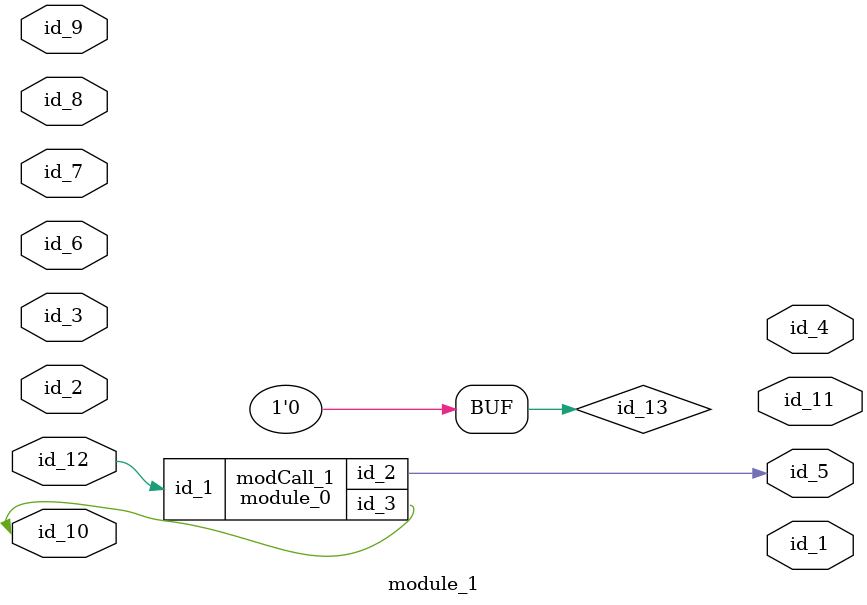
<source format=v>
module module_0 (
    id_1,
    id_2,
    id_3
);
  output wire id_3;
  output wire id_2;
  input wire id_1;
  wire id_4;
endmodule
module module_1 (
    id_1,
    id_2,
    id_3,
    id_4,
    id_5,
    id_6,
    id_7,
    id_8,
    id_9,
    id_10,
    id_11,
    id_12
);
  inout wire id_12;
  output wire id_11;
  inout wire id_10;
  input wire id_9;
  input wire id_8;
  input wire id_7;
  inout wire id_6;
  output wire id_5;
  output wire id_4;
  inout wire id_3;
  inout wire id_2;
  output wire id_1;
  supply0 id_13;
  module_0 modCall_1 (
      id_12,
      id_5,
      id_10
  );
  assign id_13 = id_12 - id_7;
endmodule

</source>
